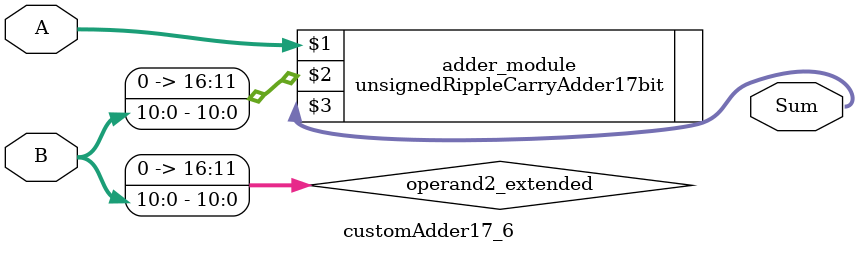
<source format=v>

module customAdder17_6(
                    input [16 : 0] A,
                    input [10 : 0] B,
                    
                    output [17 : 0] Sum
            );

    wire [16 : 0] operand2_extended;
    
    assign operand2_extended =  {6'b0, B};
    
    unsignedRippleCarryAdder17bit adder_module(
        A,
        operand2_extended,
        Sum
    );
    
endmodule
        
</source>
